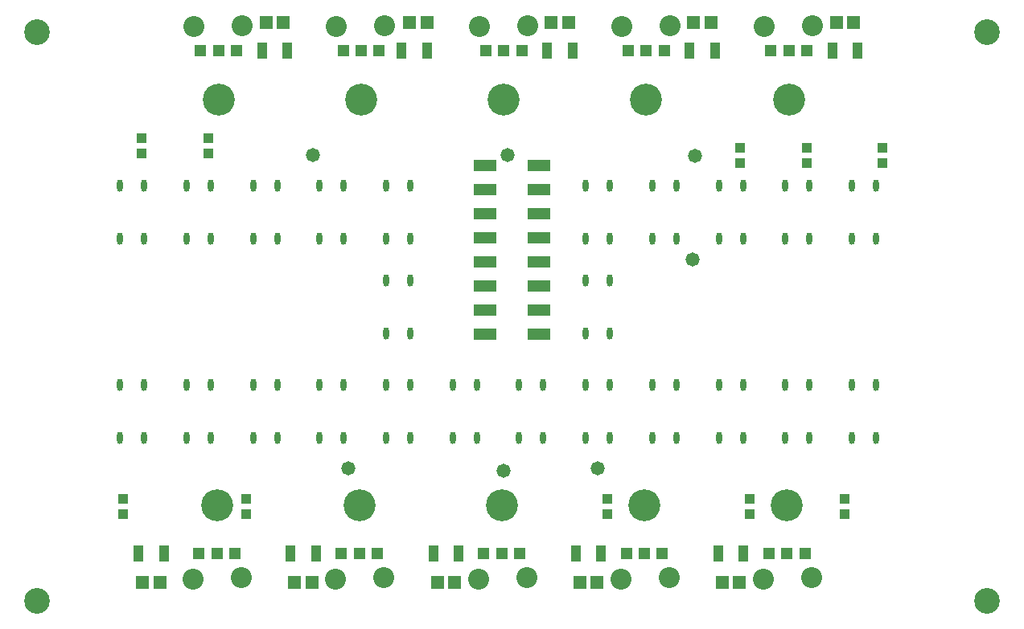
<source format=gts>
G04*
G04 #@! TF.GenerationSoftware,Altium Limited,Altium Designer,20.2.6 (244)*
G04*
G04 Layer_Color=8388736*
%FSLAX25Y25*%
%MOIN*%
G70*
G04*
G04 #@! TF.SameCoordinates,49C804FE-1F55-4C35-86A9-3D4A2AB346A9*
G04*
G04*
G04 #@! TF.FilePolarity,Negative*
G04*
G01*
G75*
%ADD13R,0.04182X0.04469*%
%ADD15R,0.05500X0.05800*%
%ADD16O,0.02362X0.05118*%
%ADD18R,0.04343X0.06902*%
%ADD19R,0.09540X0.04816*%
%ADD20C,0.13202*%
%ADD21R,0.04737X0.04737*%
%ADD22C,0.08674*%
%ADD23C,0.10642*%
%ADD24C,0.05800*%
D13*
X488189Y326045D02*
D03*
Y319624D02*
D03*
X181102Y329982D02*
D03*
Y323561D02*
D03*
X208661Y329982D02*
D03*
Y323561D02*
D03*
X429134Y326045D02*
D03*
Y319624D02*
D03*
X456693Y326045D02*
D03*
Y319624D02*
D03*
X472441Y173955D02*
D03*
Y180376D02*
D03*
X173228Y173955D02*
D03*
Y180376D02*
D03*
X224410Y173955D02*
D03*
Y180376D02*
D03*
X374016Y173955D02*
D03*
Y180376D02*
D03*
X433071Y173955D02*
D03*
Y180376D02*
D03*
D15*
X188586Y145669D02*
D03*
X181493D02*
D03*
X428743D02*
D03*
X421651D02*
D03*
X475987Y377953D02*
D03*
X468894D02*
D03*
X239767D02*
D03*
X232674D02*
D03*
X362595Y145669D02*
D03*
X369688D02*
D03*
X303540D02*
D03*
X310633D02*
D03*
X244485D02*
D03*
X251578D02*
D03*
X409839Y377953D02*
D03*
X416932D02*
D03*
X350784D02*
D03*
X357877D02*
D03*
X292120D02*
D03*
X299213D02*
D03*
D16*
X182165Y310236D02*
D03*
X172165D02*
D03*
Y288189D02*
D03*
X182165D02*
D03*
X430197D02*
D03*
X420197D02*
D03*
Y310236D02*
D03*
X430197D02*
D03*
X457756Y288189D02*
D03*
X447756D02*
D03*
Y310236D02*
D03*
X457756D02*
D03*
X485315Y288189D02*
D03*
X475315D02*
D03*
Y310236D02*
D03*
X485315D02*
D03*
X402638Y205512D02*
D03*
X392638D02*
D03*
Y227559D02*
D03*
X402638D02*
D03*
X319961Y205512D02*
D03*
X309961D02*
D03*
Y227559D02*
D03*
X319961D02*
D03*
X375079Y248819D02*
D03*
X365079D02*
D03*
Y270866D02*
D03*
X375079D02*
D03*
Y288189D02*
D03*
X365079D02*
D03*
Y310236D02*
D03*
X375079D02*
D03*
X402638Y288189D02*
D03*
X392638D02*
D03*
Y310236D02*
D03*
X402638D02*
D03*
X475315Y227559D02*
D03*
X485315D02*
D03*
Y205512D02*
D03*
X475315D02*
D03*
X447756Y227559D02*
D03*
X457756D02*
D03*
Y205512D02*
D03*
X447756D02*
D03*
X420197Y227559D02*
D03*
X430197D02*
D03*
Y205512D02*
D03*
X420197D02*
D03*
X199724Y227559D02*
D03*
X209724D02*
D03*
Y205512D02*
D03*
X199724D02*
D03*
X172165Y227559D02*
D03*
X182165Y205512D02*
D03*
Y227559D02*
D03*
X172165Y205512D02*
D03*
X264843Y288189D02*
D03*
X254842D02*
D03*
Y310236D02*
D03*
X264843D02*
D03*
X375079Y205512D02*
D03*
X365079D02*
D03*
Y227559D02*
D03*
X375079D02*
D03*
X347520Y205512D02*
D03*
X337520D02*
D03*
Y227559D02*
D03*
X347520D02*
D03*
X292402Y288189D02*
D03*
X282402D02*
D03*
Y310236D02*
D03*
X292402D02*
D03*
Y248819D02*
D03*
X282402D02*
D03*
Y270866D02*
D03*
X292402D02*
D03*
X237283Y205512D02*
D03*
X227284D02*
D03*
Y227559D02*
D03*
X237283D02*
D03*
X264843Y205512D02*
D03*
X254842D02*
D03*
Y227559D02*
D03*
X264843D02*
D03*
X292402Y205512D02*
D03*
X282402D02*
D03*
Y227559D02*
D03*
X292402D02*
D03*
X237283Y310236D02*
D03*
X227284D02*
D03*
Y288189D02*
D03*
X237283D02*
D03*
X209724Y310236D02*
D03*
X199724D02*
D03*
Y288189D02*
D03*
X209724D02*
D03*
D18*
X190256Y157480D02*
D03*
X179823D02*
D03*
X430413D02*
D03*
X419980D02*
D03*
X477658Y366142D02*
D03*
X467224D02*
D03*
X241437D02*
D03*
X231004D02*
D03*
X360925Y157480D02*
D03*
X371358D02*
D03*
X301870D02*
D03*
X312303D02*
D03*
X242815D02*
D03*
X253248D02*
D03*
X408169Y366142D02*
D03*
X418602D02*
D03*
X349114D02*
D03*
X359547D02*
D03*
X288779D02*
D03*
X299213D02*
D03*
D19*
X323524Y248465D02*
D03*
X345768D02*
D03*
X323524Y258465D02*
D03*
X345768D02*
D03*
X323524Y268465D02*
D03*
X345768D02*
D03*
X323524Y278465D02*
D03*
X345768D02*
D03*
X323524Y288465D02*
D03*
X345768D02*
D03*
X323524Y298465D02*
D03*
X345768D02*
D03*
X323524Y308465D02*
D03*
X345768D02*
D03*
X323524Y318465D02*
D03*
X345768D02*
D03*
D20*
X449213Y346063D02*
D03*
X390158D02*
D03*
X331102D02*
D03*
X272047D02*
D03*
X212992D02*
D03*
X212205Y177559D02*
D03*
X271260D02*
D03*
X330315D02*
D03*
X389370D02*
D03*
X448425D02*
D03*
D21*
X441732Y366142D02*
D03*
X449213D02*
D03*
X456693D02*
D03*
X382677D02*
D03*
X390158D02*
D03*
X397638D02*
D03*
X323622D02*
D03*
X331102D02*
D03*
X338583D02*
D03*
X264567D02*
D03*
X272047D02*
D03*
X279528D02*
D03*
X212992D02*
D03*
X220472D02*
D03*
X205512D02*
D03*
X322835Y157480D02*
D03*
X204724D02*
D03*
X212205D02*
D03*
X219685D02*
D03*
X263779D02*
D03*
X271260D02*
D03*
X278740D02*
D03*
X330315D02*
D03*
X337795D02*
D03*
X381890D02*
D03*
X389370D02*
D03*
X396850D02*
D03*
X440945D02*
D03*
X448425D02*
D03*
X455905D02*
D03*
D22*
X458976Y376673D02*
D03*
X438976Y376142D02*
D03*
X399921Y376673D02*
D03*
X379921Y376142D02*
D03*
X340866Y376673D02*
D03*
X320866Y376142D02*
D03*
X281811Y376673D02*
D03*
X261811Y376142D02*
D03*
X222756Y376673D02*
D03*
X202756Y376142D02*
D03*
X222441Y147480D02*
D03*
X202441Y146949D02*
D03*
X281496Y147480D02*
D03*
X261496Y146949D02*
D03*
X340551Y147480D02*
D03*
X320551Y146949D02*
D03*
X399606Y147480D02*
D03*
X379606Y146949D02*
D03*
X458661Y147480D02*
D03*
X438661Y146949D02*
D03*
D23*
X531496Y374016D02*
D03*
Y137795D02*
D03*
X137795D02*
D03*
Y374016D02*
D03*
D24*
X330875Y192079D02*
D03*
X370079Y192850D02*
D03*
X266732D02*
D03*
X251969Y322835D02*
D03*
X332632Y323036D02*
D03*
X410428Y322752D02*
D03*
X409449Y279528D02*
D03*
M02*

</source>
